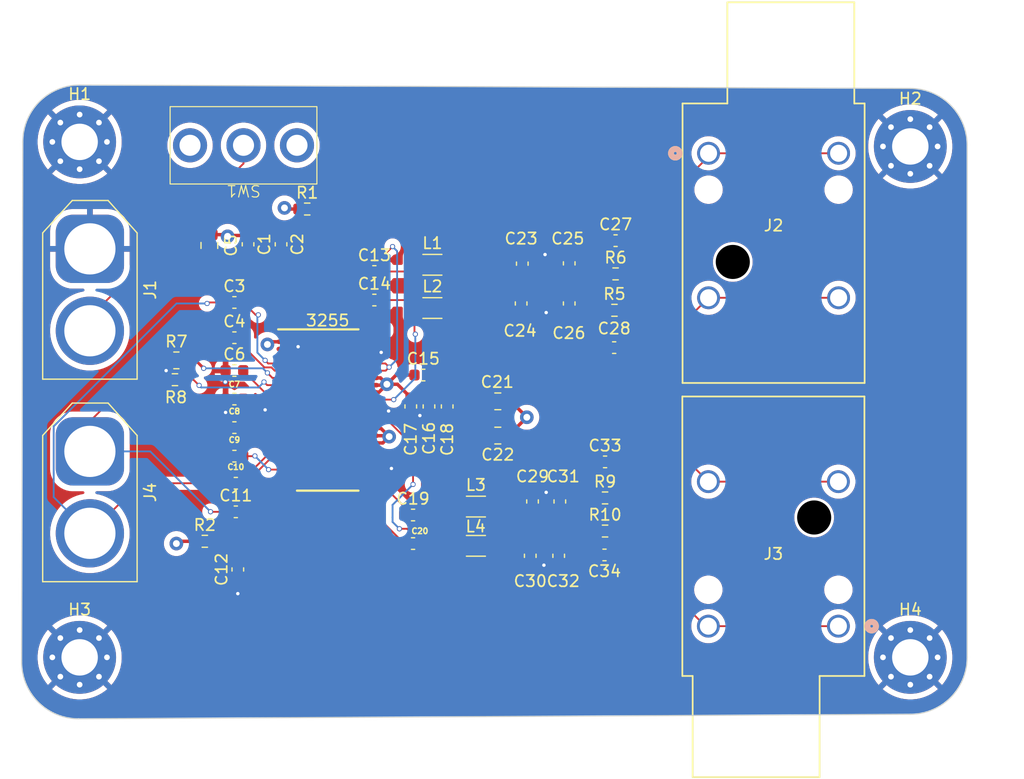
<source format=kicad_pcb>
(kicad_pcb (version 20241229) (generator "pcbnew") (generator_version "9.0")
  (layers (0 "F.Cu" signal) (4 "In1.Cu" signal) (6 "In2.Cu" signal) (2 "B.Cu" signal) (13 "F.Paste" user) (15 "B.Paste" user) (5 "F.SilkS" user "F.Silkscreen") (7 "B.SilkS" user "B.Silkscreen") (1 "F.Mask" user) (3 "B.Mask" user) (25 "Edge.Cuts" user))
  (net 0 "")
  (net 1 "GND")
  (net 2 "+24V")
  (net 3 "Net-(TPA1-1_GVDD_AB)")
  (net 4 "Net-(J4-Pin_2)")
  (net 5 "Net-(TPA1-5_Input_A)")
  (net 6 "Net-(J4-Pin_1)")
  (net 7 "Net-(TPA1-6_Input_B)")
  (net 8 "Net-(TPA1-11_DVDD)")
  (net 9 "Net-(TPA1-14_AVDD)")
  (net 10 "Net-(TPA1-15_C_START)")
  (net 11 "Net-(TPA1-20_VBG)")
  (net 12 "Net-(TPA1-16_INPUT_C)")
  (net 13 "Net-(TPA1-17_INPUT_D)")
  (net 14 "Net-(TPA1-22_GVDD_CD)")
  (net 15 "Net-(TPA1-39_OUT_A)")
  (net 16 "Net-(TPA1-44_BST_A)")
  (net 17 "Net-(TPA1-35_OUT_B)")
  (net 18 "Net-(TPA1-43_BST_B)")
  (net 19 "Net-(C15-Pad2)")
  (net 20 "Net-(C18-Pad1)")
  (net 21 "Net-(TPA1-24_BST_C)")
  (net 22 "Net-(TPA1-32_OUT_C)")
  (net 23 "Net-(TPA1-23_BST_D)")
  (net 24 "Net-(TPA1-27_OUT_D)")
  (net 25 "Net-(C23-Pad1)")
  (net 26 "Net-(C24-Pad2)")
  (net 27 "Net-(C27-Pad2)")
  (net 28 "Net-(C28-Pad1)")
  (net 29 "Net-(C29-Pad1)")
  (net 30 "Net-(C30-Pad2)")
  (net 31 "Net-(C33-Pad2)")
  (net 32 "Net-(C34-Pad1)")
  (net 33 "Net-(J1-Pin_2)")
  (net 34 "Net-(R5-Pad1)")
  (net 35 "Net-(TPA1-7_OC_ADJ)")
  (net 36 "Net-(TPA1-8_FREQ_ADJ)")
  (net 37 "Net-(R10-Pad1)")
  (footprint "Capacitor_SMD:C_0805_2012Metric" (layer "F.Cu") (at 117.25 75.51 180)
    (property "Reference" "C22")
    (property "Value" "470u")
  )
  (footprint "MountingHole:MountingHole_3.2mm_M3_Pad_Via" (layer "F.Cu") (at 153.5 95)
    (property "Reference" "H4")
    (property "Value" "MountingHole_Pad")
  )
  (footprint "Capacitor_SMD:C_0603_1608Metric" (layer "F.Cu") (at 126.675 77.82)
    (property "Reference" "C33")
    (property "Value" "10n")
  )
  (footprint "MountingHole:MountingHole_3.2mm_M3_Pad_Via" (layer "F.Cu") (at 80.5 49.7)
    (property "Reference" "H1")
    (property "Value" "MountingHole_Pad")
  )
  (footprint "MountingHole:MountingHole_3.2mm_M3_Pad_Via" (layer "F.Cu") (at 153.5 50.1)
    (property "Reference" "H2")
    (property "Value" "MountingHole_Pad")
  )
  (footprint "Resistor_SMD:R_0603_1608Metric" (layer "F.Cu") (at 127.6 61.3)
    (property "Reference" "R6")
    (property "Value" "3.3")
  )
  (footprint "Connector_AMASS:AMASS_XT60-M_1x02_P7.20mm_Vertical" (layer "F.Cu") (at 81.4 76.9 -90)
    (property "Reference" "J4")
    (property "Value" "Conn_01x02")
  )
  (footprint "Capacitor_SMD:C_0603_1608Metric" (layer "F.Cu") (at 120.3 81.3 90)
    (property "Reference" "C29")
    (property "Value" "1n")
  )
  (footprint "Resistor_SMD:R_0805_2012Metric" (layer "F.Cu") (at 89 68.9)
    (property "Reference" "R7")
    (property "Value" "22k")
  )
  (footprint "Capacitor_SMD:C_0603_1608Metric" (layer "F.Cu") (at 94.1 69.79)
    (property "Reference" "C6")
    (property "Value" "1n")
  )
  (footprint "Inductor_SMD:L_1206_3216Metric" (layer "F.Cu") (at 115.325 85.2)
    (property "Reference" "L4")
    (property "Value" "10u")
  )
  (footprint "Capacitor_SMD:C_0603_1608Metric" (layer "F.Cu") (at 122.6 86.075 90)
    (property "Reference" "C32")
    (property "Value" "1n")
  )
  (footprint "Capacitor_SMD:C_0603_1608Metric" (layer "F.Cu") (at 109.6 72.95 -90)
    (property "Reference" "C17")
    (property "Value" "1u")
  )
  (footprint "MountingHole:MountingHole_3.2mm_M3_Pad_Via" (layer "F.Cu") (at 80.5 95)
    (property "Reference" "H3")
    (property "Value" "MountingHole_Pad")
  )
  (footprint "Capacitor_SMD:C_0805_2012Metric" (layer "F.Cu") (at 91.9 58.8 -90)
    (property "Reference" "C5")
    (property "Value" "470u")
  )
  (footprint "Capacitor_SMD:C_0805_2012Metric" (layer "F.Cu") (at 117.25 72.5 180)
    (property "Reference" "C21")
    (property "Value" "470u")
  )
  (footprint "Capacitor_SMD:C_0603_1608Metric" (layer "F.Cu") (at 112.8 72.95 90)
    (property "Reference" "C18")
    (property "Value" "1u")
  )
  (footprint "Capacitor_SMD:C_0603_1608Metric" (layer "F.Cu") (at 127.475 67.78 180)
    (property "Reference" "C28")
    (property "Value" "10n")
  )
  (footprint "Resistor_SMD:R_0603_1608Metric" (layer "F.Cu") (at 126.675 80.99)
    (property "Reference" "R9")
    (property "Value" "3.3")
  )
  (footprint "Capacitor_SMD:C_0603_1608Metric" (layer "F.Cu") (at 106.4 63.6)
    (property "Reference" "C14")
    (property "Value" "33n")
  )
  (footprint "Resistor_SMD:R_0603_1608Metric" (layer "F.Cu") (at 127.5 64.5)
    (property "Reference" "R5")
    (property "Value" "3.3")
  )
  (footprint "Resistor_SMD:R_0603_1608Metric" (layer "F.Cu") (at 100.5 55.6)
    (property "Reference" "R1")
    (property "Value" "3.3")
  )
  (footprint "Resistor_SMD:R_0603_1608Metric" (layer "F.Cu") (at 126.675 83.9)
    (property "Reference" "R10")
    (property "Value" "3.3")
  )
  (footprint "Capacitor_SMD:C_0603_1608Metric" (layer "F.Cu") (at 119.4 60.4 90)
    (property "Reference" "C23")
    (property "Value" "1n")
  )
  (footprint "Capacitor_SMD:C_0603_1608Metric" (layer "F.Cu") (at 126.625 86 180)
    (property "Reference" "C34")
    (property "Value" "10n")
  )
  (footprint "Capacitor_SMD:C_0603_1608Metric" (layer "F.Cu") (at 122.7 81.3 90)
    (property "Reference" "C31")
    (property "Value" "1n")
  )
  (footprint "Capacitor_SMD:C_0603_1608Metric" (layer "F.Cu") (at 119.3 63.9 90)
    (property "Reference" "C24")
    (property "Value" "1n")
  )
  (footprint "Capacitor_SMD:C_0603_1608Metric" (layer "F.Cu") (at 94.1 63.81)
    (property "Reference" "C3")
    (property "Value" "10u")
  )
  (footprint "Capacitor_SMD:C_0603_1608Metric" (layer "F.Cu") (at 94.1 66.91)
    (property "Reference" "C4")
    (property "Value" "10u")
  )
  (footprint "Inductor_SMD:L_1206_3216Metric" (layer "F.Cu") (at 111.5 60.5)
    (property "Reference" "L1")
    (property "Value" "10u")
  )
  (footprint "Library:DDV0044D_N" (layer "F.Cu") (at 102.3 73.3)
    (property "Reference" "3255")
    (property "Value" "~")
  )
  (footprint "Capacitor_SMD:C_0603_1608Metric" (layer "F.Cu") (at 106.4 61.09)
    (property "Reference" "C13")
    (property "Value" "33n")
  )
  (footprint "Capacitor_SMD:C_0603_1608Metric" (layer "F.Cu") (at 110.7 70.19)
    (property "Reference" "C15")
    (property "Value" "1u")
  )
  (footprint "Capacitor_SMD:C_0603_1608Metric" (layer "F.Cu") (at 94.1 72.3)
    (property "Reference" "C7")
    (property "Value" "1n")
  )
  (footprint "Resistor_SMD:R_0603_1608Metric" (layer "F.Cu") (at 91.5 84.8)
    (property "Reference" "R2")
    (property "Value" "3.3")
  )
  (footprint "Capacitor_SMD:C_0603_1608Metric" (layer "F.Cu") (at 95.3 58.7 -90)
    (property "Reference" "C1")
    (property "Value" "100n")
  )
  (footprint "Capacitor_SMD:C_0603_1608Metric" (layer "F.Cu") (at 109.8 85)
    (property "Reference" "C20")
    (property "Value" "33n")
  )
  (footprint "Library:CONN_NRJ4HF-1_NTK" (layer "F.Cu") (at 135.77 50.7)
    (property "Reference" "J2")
    (property "Value" "Jack-DC")
  )
  (footprint "Capacitor_SMD:C_0603_1608Metric" (layer "F.Cu") (at 94.1 77.32)
    (property "Reference" "C9")
    (property "Value" "1n")
  )
  (footprint "Capacitor_SMD:C_0603_1608Metric" (layer "F.Cu") (at 123.525 60.375 90)
    (property "Reference" "C25")
    (property "Value" "1n")
  )
  (footprint "Connector_AMASS:AMASS_XT60-M_1x02_P7.20mm_Vertical" (layer "F.Cu") (at 81.4 59.1 -90)
    (property "Reference" "J1")
    (property "Value" "Conn_01x02")
  )
  (footprint "Capacitor_SMD:C_0603_1608Metric" (layer "F.Cu") (at 109.8 82.49)
    (property "Reference" "C19")
    (property "Value" "33n")
  )
  (footprint "Inductor_SMD:L_1206_3216Metric" (layer "F.Cu") (at 111.5 64.3)
    (property "Reference" "L2")
    (property "Value" "10u")
  )
  (footprint "Library:CONN_NRJ4HF-1_NTK" (layer "F.Cu") (at 147.1816 92.258896 180)
    (property "Reference" "J3")
    (property "Value" "Jack-DC")
  )
  (footprint "Capacitor_SMD:C_0603_1608Metric" (layer "F.Cu") (at 94.1 74.81)
    (property "Reference" "C8")
    (property "Value" "47n")
  )
  (footprint "Capacitor_SMD:C_0603_1608Metric" (layer "F.Cu") (at 127.6 58.38)
    (property "Reference" "C27")
    (property "Value" "10n")
  )
  (footprint "Capacitor_SMD:C_0603_1608Metric" (layer "F.Cu") (at 98.2 58.7 -90)
    (property "Reference" "C2")
    (property "Value" "100n")
  )
  (footprint "Library:472123010111" (layer "F.Cu") (at 94.9 50 180)
    (property "Reference" "SW1")
    (property "Value" "SW_SPDT")
  )
  (footprint "Capacitor_SMD:C_0603_1608Metric" (layer "F.Cu") (at 123.525 63.9 90)
    (property "Reference" "C26")
    (property "Value" "1n")
  )
  (footprint "Capacitor_SMD:C_0603_1608Metric" (layer "F.Cu") (at 94.225 79.7)
    (property "Reference" "C10")
    (property "Value" "10u")
  )
  (footprint "Resistor_SMD:R_0603_1608Metric" (layer "F.Cu") (at 88.875 70.6)
    (property "Reference" "R8")
    (property "Value" "33k")
  )
  (footprint "Capacitor_SMD:C_0603_1608Metric" (layer "F.Cu") (at 120.1 86.075 90)
    (property "Reference" "C30")
    (property "Value" "1n")
  )
  (footprint "Capacitor_SMD:C_0603_1608Metric" (layer "F.Cu") (at 94.225 82.21)
    (property "Reference" "C11")
    (property "Value" "10u")
  )
  (footprint "Capacitor_SMD:C_0603_1608Metric" (layer "F.Cu") (at 111.2 72.95 90)
    (property "Reference" "C16")
    (property "Value" "1u")
  )
  (footprint "Inductor_SMD:L_1206_3216Metric" (layer "F.Cu") (at 115.325 81.75)
    (property "Reference" "L3")
    (property "Value" "10u")
  )
  (footprint "Capacitor_SMD:C_0603_1608Metric" (layer "F.Cu") (at 94.4 87.275 90)
    (property "Reference" "C12")
    (property "Value" "100n")
  )
  (gr_arc (start 80.4 100.4) (mid 76.864466 98.935534) (end 75.4 95.4) (stroke (width 0.1)) (layer "Edge.Cuts"))
  (gr_arc (start 158.5 95) (mid 157.035534 98.535534) (end 153.5 100) (stroke (width 0.1)) (layer "Edge.Cuts"))
  (gr_arc (start 75.5 49.7) (mid 76.964466 46.164466) (end 80.5 44.7) (stroke (width 0.1)) (layer "Edge.Cuts"))
  (gr_line (start 75.5 49.7) (end 75.4 95.4) (stroke (width 0.1)) (layer "Edge.Cuts"))
  (gr_line (start 80.4 100.4) (end 153.5 100) (stroke (width 0.1)) (layer "Edge.Cuts"))
  (gr_line (start 158.5 95) (end 158.5 50) (stroke (width 0.1)) (layer "Edge.Cuts"))
  (gr_arc (start 153.5 45) (mid 157.035534 46.464466) (end 158.5 50) (stroke (width 0.1)) (layer "Edge.Cuts"))
  (gr_line (start 153.5 45) (end 80.5 44.7) (stroke (width 0.1)) (layer "Edge.Cuts"))
  (segment (start 109.6 73.725) (end 110.375 73.725) (width 0.16) (layer "F.Cu") (net 1))
  (segment (start 98.8625 68.5375) (end 99.7 67.7) (width 0.16) (layer "F.Cu") (net 1))
  (segment (start 98.5 74.2525) (end 97.3525 74.2525) (width 0.16) (layer "F.Cu") (net 1))
  (segment (start 110.375 73.725) (end 110.4 73.75) (width 0.16) (layer "F.Cu") (net 1))
  (segment (start 119.3 64.675) (end 121.475 64.675) (width 0.16) (layer "F.Cu") (net 1))
  (segment (start 94.4 88.05) (end 94.4 89.4) (width 0.16) (layer "F.Cu") (net 1))
  (segment (start 88.05 68.9375) (end 88.0875 68.9) (width 0.16) (layer "F.Cu") (net 1))
  (segment (start 121.375 59.625) (end 121.4 59.6) (width 0.16) (layer "F.Cu") (net 1))
  (segment (start 106.7025 67.9025) (end 107 68.2) (width 0.16) (layer "F.Cu") (net 1))
  (segment (start 106.1 67.9025) (end 106.7025 67.9025) (width 0.16) (layer "F.Cu") (net 1))
  (segment (start 111.2 73.725) (end 110.425 73.725) (width 0.16) (layer "F.Cu") (net 1))
  (segment (start 93.3 69.8) (end 93.3 70.8) (width 0.16) (layer "F.Cu") (net 1))
  (segment (start 93.31 69.79) (end 93.3 69.8) (width 0.16) (layer "F.Cu") (net 1))
  (segment (start 106.6625 68.5375) (end 107 68.2) (width 0.16) (layer "F.Cu") (net 1))
  (segment (start 121.25 86.85) (end 121.3 86.9) (width 0.16) (layer "F.Cu") (net 1))
  (segment (start 121.475 64.675) (end 121.5 64.7) (width 0.16) (layer "F.Cu") (net 1))
  (segment (start 107.5625 78.0625) (end 107.9 78.4) (width 0.16) (layer "F.Cu") (net 1))
  (segment (start 93.3 70.8) (end 93.3 72.275) (width 0.16) (layer "F.Cu") (net 1))
  (segment (start 93.325 73.475) (end 93.325 74.81) (width 0.16) (layer "F.Cu") (net 1))
  (segment (start 110.425 73.725) (end 110.4 73.75) (width 0.16) (layer "F.Cu") (net 1))
  (segment (start 96.8 73.7) (end 96.8 73.25) (width 0.16) (layer "F.Cu") (net 1))
  (segment (start 98.5 67.9025) (end 97.8975 67.9025) (width 0.16) (layer "F.Cu") (net 1))
  (segment (start 99.4975 67.9025) (end 99.7 67.7) (width 0.16) (layer "F.Cu") (net 1))
  (segment (start 97.1675 73.6175) (end 96.8 73.25) (width 0.16) (layer "F.Cu") (net 1))
  (segment (start 98.5 68.5375) (end 98.8625 68.5375) (width 0.16) (layer "F.Cu") (net 1))
  (segment (start 88.0875 69.7875) (end 88.1 69.8) (width 0.16) (layer "F.Cu") (net 1))
  (segment (start 108.025 73.725) (end 109.6 73.725) (width 0.16) (layer "F.Cu") (net 1))
  (segment (start 123.525 59.6) (end 121.4 59.6) (width 0.16) (layer "F.Cu") (net 1))
  (segment (start 106.1 73.6175) (end 107.3825 73.6175) (width 0.16) (layer "F.Cu") (net 1))
  (segment (start 122.6 86.85) (end 121.35 86.85) (width 0.16) (layer "F.Cu") (net 1))
  (segment (start 121.475 80.525) (end 121.5 80.5) (width 0.16) (layer "F.Cu") (net 1))
  (segment (start 93.3 72.275) (end 93.325 72.3) (width 0.16) (layer "F.Cu") (net 1))
  (segment (start 106.1 78.0625) (end 107.5625 78.0625) (width 0.16) (layer "F.Cu") (net 1))
  (segment (start 93.325 69.79) (end 93.31 69.79) (width 0.16) (layer "F.Cu") (net 1))
  (segment (start 88.05 69.85) (end 88.1 69.8) (width 0.16) (layer "F.Cu") (net 1))
  (segment (start 106.1 78.6975) (end 107.6025 78.6975) (width 0.16) (layer "F.Cu") (net 1))
  (segment (start 120.3 80.525) (end 121.475 80.525) (width 0.16) (layer "F.Cu") (net 1))
  (segment (start 93.325 72.3) (end 93.325 73.475) (width 0.16) (layer "F.Cu") (net 1))
  (segment (start 106.1 72.9825) (end 107.2825 72.9825) (width 0.16) (layer "F.Cu") (net 1))
  (segment (start 119.4 59.625) (end 121.375 59.625) (width 0.16) (layer "F.Cu") (net 1))
  (segment (start 123.525 64.675) (end 121.525 64.675) (width 0.16) (layer "F.Cu") (net 1))
  (segment (start 121.525 64.675) (end 121.5 64.7) (width 0.16) (layer "F.Cu") (net 1))
  (segment (start 107.6025 78.6975) (end 107.9 78.4) (width 0.16) (layer "F.Cu") (net 1))
  (segment (start 98.5 67.9025) (end 99.4975 67.9025) (width 0.16) (layer "F.Cu") (net 1))
  (segment (start 107.2825 72.9825) (end 107.65 73.35) (width 0.16) (layer "F.Cu") (net 1))
  (segment (start 121.35 86.85) (end 121.3 86.9) (width 0.16) (layer "F.Cu") (net 1))
  (segment (start 122.7 80.525) (end 121.525 80.525) (width 0.16) (layer "F.Cu") (net 1))
  (segment (start 107.3825 73.6175) (end 107.65 73.35) (width 0.16) (layer "F.Cu") (net 1))
  (segment (start 97.3525 74.2525) (end 96.8 73.7) (width 0.16) (layer "F.Cu") (net 1))
  (segment (start 88.05 70.6) (end 88.05 69.85) (width 0.16) (layer "F.Cu") (net 1))
  (segment (start 93.3 73.5) (end 93.325 73.475) (width 0.16) (layer "F.Cu") (net 1))
  (segment (start 88.0875 68.9) (end 88.0875 69.7875) (width 0.16) (layer "F.Cu") (net 1))
  (segment (start 98.5 73.6175) (end 97.1675 73.6175) (width 0.16) (layer "F.Cu") (net 1))
  (segment (start 120.1 86.85) (end 121.25 86.85) (width 0.16) (layer "F.Cu") (net 1))
  (segment (start 106.1 68.5375) (end 106.6625 68.5375) (width 0.16) (layer "F.Cu") (net 1))
  (segment (start 107.65 73.35) (end 108.025 73.725) (width 0.16) (layer "F.Cu") (net 1))
  (segment (start 121.525 80.525) (end 121.5 80.5) (width 0.16) (layer "F.Cu") (net 1))
  (via (at 107 68.2) (size 0.45) (drill 0.3) (layers "F.Cu" "B.Cu") (net 1))
  (via (at 121.4 59.6) (size 0.45) (drill 0.3) (layers "F.Cu" "B.Cu") (net 1))
  (via (at 93.325 73.475) (size 0.45) (drill 0.3) (layers "F.Cu" "B.Cu") (net 1))
  (via (at 107.9 78.4) (size 0.45) (drill 0.3) (layers "F.Cu" "B.Cu") (net 1))
  (via (at 94.4 89.4) (size 0.45) (drill 0.3) (layers "F.Cu" "B.Cu") (net 1))
  (via (at 121.5 80.5) (size 0.45) (drill 0.3) (layers "F.Cu" "B.Cu") (net 1))
  (via (at 121.5 64.7) (size 0.45) (drill 0.3) (layers "F.Cu" "B.Cu") (net 1))
  (via (at 107.65 73.35) (size 0.45) (drill 0.3) (layers "F.Cu" "B.Cu") (net 1))
  (via (at 121.3 86.9) (size 0.45) (drill 0.3) (layers "F.Cu" "B.Cu") (net 1))
  (via (at 110.4 73.75) (size 0.45) (drill 0.3) (layers "F.Cu" "B.Cu") (net 1))
  (via (at 96.8 73.25) (size 0.45) (drill 0.3) (layers "F.Cu" "B.Cu") (net 1))
  (via (at 88.1 69.8) (size 0.45) (drill 0.3) (layers "F.Cu" "B.Cu") (net 1))
  (via (at 99.7 67.7) (size 0.45) (drill 0.3) (layers "F.Cu" "B.Cu") (net 1))
  (via (at 93.3 70.8) (size 0.45) (drill 0.3) (layers "F.Cu" "B.Cu") (net 1))
  (segment (start 91.9 57.85) (end 93.35 57.85) (width 0.3) (layer "F.Cu") (net 2))
  (segment (start 106.1 71.7125) (end 106.7875 71.7125) (width 0.3) (layer "F.Cu") (net 2))
  (segment (start 95.3 57.925) (end 93.575 57.925) (width 0.3) (layer "F.Cu") (net 2))
  (segment (start 106.1 74.8875) (end 106.9875 74.8875) (width 0.3) (layer "F.Cu") (net 2))
  (segment (start 93.575 57.925) (end 93.5 58) (width 0.3) (layer "F.Cu") (net 2))
  (segment (start 98.6 55.6) (end 98.5 55.5) (width 0.3) (layer "F.Cu") (net 2))
  (segment (start 107.6225 75.5225) (end 107.7 75.6) (width 0.3) (layer "F.Cu") (net 2))
  (segment (start 89.2 84.8) (end 89 85) (width 0.3) (layer "F.Cu") (net 2))
  (segment (start 109.925 70.19) (end 108.31 70.19) (width 0.3) (layer "F.Cu") (net 2))
  (segment (start 106.1 76.1575) (end 107.1425 76.1575) (width 0.3) (layer "F.Cu") (net 2))
  (segment (start 106.1 75.5225) (end 107.6225 75.5225) (width 0.3) (layer "F.Cu") (net 2))
  (segment (start 118.4 72.5) (end 119.8 73.9) (width 0.3) (layer "F.Cu") (net 2))
  (segment (start 118.2 72.5) (end 118.4 72.5) (width 0.3) (layer "F.Cu") (net 2))
  (segment (start 108.31 70.19) (end 107.5 71) (width 0.3) (layer "F.Cu") (net 2))
  (segment (start 97.2325 67.2675) (end 97 67.5) (width 0.3) (layer "F.Cu") (net 2))
  (segment (start 111.1 72.175) (end 109.6 72.175) (width 0.3) (layer "F.Cu") (net 2))
  (segment (start 107.1425 76.1575) (end 107.7 75.6) (width 0.3) (layer "F.Cu") (net 2))
  (segment (start 106.9875 74.8875) (end 107.7 75.6) (width 0.3) (layer "F.Cu") (net 2))
  (segment (start 118.2 75.5) (end 119.8 73.9) (width 0.3) (layer "F.Cu") (net 2))
  (segment (start 106.9425 70.4425) (end 107.5 71) (width 0.3) (layer "F.Cu") (net 2))
  (segment (start 93.35 57.85) (end 93.5 58) (width 0.3) (layer "F.Cu") (net 2))
  (segment (start 99.675 55.6) (end 98.6 55.6) (width 0.3) (layer "F.Cu") (net 2))
  (segment (start 118.2 75.51) (end 118.2 75.5) (width 0.3) (layer "F.Cu") (net 2))
  (segment (start 106.7875 71.7125) (end 107.5 71) (width 0.3) (layer "F.Cu") (net 2))
  (segment (start 109.6 72.175) (end 109.6 71.95) (width 0.3) (layer "F.Cu") (net 2))
  (segment (start 108.425 71) (end 109.6 72.175) (width 0.3) (layer "F.Cu") (net 2))
  (segment (start 106.1 71.0775) (end 107.4225 71.0775) (width 0.3) (layer "F.Cu") (net 2))
  (segment (start 90.675 84.8) (end 89.2 84.8) (width 0.3) (layer "F.Cu") (net 2))
  (segment (start 98.5 67.2675) (end 97.2325 67.2675) (width 0.3) (layer "F.Cu") (net 2))
  (segment (start 107.5 71) (end 108.425 71) (width 0.3) (layer "F.Cu") (net 2))
  (segment (start 107.4225 71.0775) (end 107.5 71) (width 0.3) (layer "F.Cu") (net 2))
  (segment (start 112.8 72.175) (end 111.2 72.175) (width 0.3) (layer "F.Cu") (net 2))
  (segment (start 106.1 70.4425) (end 106.9425 70.4425) (width 0.3) (layer "F.Cu") (net 2))
  (via (at 119.8 73.9) (size 1.2) (drill 0.6) (layers "F.Cu" "B.Cu") (net 2))
  (via (at 93.5 58) (size 1.2) (drill 0.6) (layers "F.Cu" "B.Cu") (net 2))
  (via (at 89 85) (size 1.2) (drill 0.6) (layers "F.Cu" "B.Cu") (net 2))
  (via (at 97 67.5) (size 1.2) (drill 0.6) (layers "F.Cu" "B.Cu") (net 2))
  (via (at 107.5 71) (size 1.2) (drill 0.6) (layers "F.Cu" "B.Cu") (net 2))
  (via (at 107.7 75.6) (size 1.2) (drill 0.6) (layers "F.Cu" "B.Cu") (net 2))
  (via (at 98.5 55.5) (size 1.2) (drill 0.6) (layers "F.Cu" "B.Cu") (net 2))
  (segment (start 101.325 63.8075) (end 101.325 55.6) (width 0.16) (layer "F.Cu") (net 3))
  (segment (start 99 57.925) (end 98.2 57.925) (width 0.16) (layer "F.Cu") (net 3))
  (segment (start 98.5 66.6325) (end 101.325 63.8075) (width 0.16) (layer "F.Cu") (net 3))
  (segment (start 101.325 55.6) (end 99 57.925) (width 0.16) (layer "F.Cu") (net 3))
  (segment (start 91.79 63.81) (end 91.7 63.9) (width 0.16) (layer "F.Cu") (net 4))
  (segment (start 93.325 63.81) (end 91.79 63.81) (width 0.16) (layer "F.Cu") (net 4))
  (segment (start 85.8 79.7) (end 93.45 79.7) (width 0.16) (layer "F.Cu") (net 4))
  (segment (start 81.4 84.1) (end 85.8 79.7) (width 0.16) (layer "F.Cu") (net 4))
  (via (at 91.7 63.9) (size 0.45) (drill 0.3) (layers "F.Cu" "B.Cu") (net 4))
  (segment (start 78.219 80.919) (end 81.4 84.1) (width 0.16) (layer "B.Cu") (net 4))
  (segment (start 91.7 63.9) (end 89.015436 63.9) (width 0.16) (layer "B.Cu") (net 4))
  (segment (start 89.015436 63.9) (end 78.219 74.696436) (width 0.16) (layer "B.Cu") (net 4))
  (segment (start 78.219 74.696436) (end 78.219 80.919) (width 0.16) (layer "B.Cu") (net 4))
  (segment (start 97.0725 69.1725) (end 96.8 68.9) (width 0.16) (layer "F.Cu") (net 5))
  (segment (start 98.5 69.1725) (end 97.0725 69.1725) (width 0.16) (layer "F.Cu") (net 5))
  (segment (start 95.965 64.9) (end 94.875 63.81) (width 0.16) (layer "F.Cu") (net 5))
  (segment (start 96.2 64.9) (end 95.965 64.9) (width 0.16) (layer "F.Cu") (net 5))
  (via (at 96.2 64.9) (size 0.45) (drill 0.3) (layers "F.Cu" "B.Cu") (net 5))
  (via (at 96.8 68.9) (size 0.45) (drill 0.3) (layers "F.Cu" "B.Cu") (net 5))
  (segment (start 96.119 68.219) (end 96.119 64.981) (width 0.16) (layer "B.Cu") (net 5))
  (segment (start 96.8 68.9) (end 96.119 68.219) (width 0.16) (layer "B.Cu") (net 5))
  (segment (start 96.119 64.981) (end 96.2 64.9) (width 0.16) (layer "B.Cu") (net 5))
  (segment (start 88.748548 66.91) (end 81.4 74.258548) (width 0.16) (layer "F.Cu") (net 6))
  (segment (start 93.325 66.91) (end 88.748548 66.91) (width 0.16) (layer "F.Cu") (net 6))
  (segment (start 93.45 82.21) (end 92.01 82.21) (width 0.16) (layer "F.Cu") (net 6))
  (segment (start 92.01 82.21) (end 92 82.2) (width 0.16) (layer "F.Cu") (net 6))
  (segment (start 81.4 74.258548) (end 81.4 76.9) (width 0.16) (layer "F.Cu") (net 6))
  (via (at 92 82.2) (size 0.45) (drill 0.3) (layers "F.Cu" "B.Cu") (net 6))
  (segment (start 86.7 76.9) (end 81.4 76.9) (width 0.16) (layer "B.Cu") (net 6))
  (segment (start 92 82.2) (end 86.7 76.9) (width 0.16) (layer "B.Cu") (net 6))
  (segment (start 97.64 69.8075) (end 98.5 69.8075) (width 0.16) (layer "F.Cu") (net 7))
  (segment (start 94.875 67.655237) (end 96.738763 69.519) (width 0.16) (layer "F.Cu") (net 7))
  (segment (start 97.3515 69.519) (end 97.64 69.8075) (width 0.16) (layer "F.Cu") (net 7))
  (segment (start 94.875 66.91) (end 94.875 67.655237) (width 0.16) (layer "F.Cu") (net 7))
  (segment (start 96.738763 69.519) (end 97.3515 69.519) (width 0.16) (layer "F.Cu") (net 7))
  (segment (start 98.5 72.9825) (end 98.0325 72.9825) (width 0.16) (layer "F.Cu") (net 8))
  (segment (start 94.875 69.825) (end 94.875 69.79) (width 0.16) (layer "F.Cu") (net 8))
  (segment (start 98.0325 72.9825) (end 94.875 69.825) (width 0.16) (layer "F.Cu") (net 8))
  (segment (start 94.875 72.925) (end 96.8375 74.8875) (width 0.16) (layer "F.Cu") (net 9))
  (segment (start 96.8375 74.8875) (end 98.5 74.8875) (width 0.16) (layer "F.Cu") (net 9))
  (segment (start 94.875 72.3) (end 94.875 72.925) (width 0.16) (layer "F.Cu") (net 9))
  (segment (start 94.875 74.81) (end 95.5875 75.5225) (width 0.16) (layer "F.Cu") (net 10))
  (segment (start 95.5875 75.5225) (end 98.5 75.5225) (width 0.16) (layer "F.Cu") (net 10))
  (segment (start 97.1 78.5) (end 98.3025 78.5) (width 0.16) (layer "F.Cu") (net 11))
  (segment (start 95.88 77.32) (end 95.9 77.3) (width 0.16) (layer "F.Cu") (net 11))
  (segment (start 98.3025 78.5) (end 98.5 78.6975) (width 0.16) (layer "F.Cu") (net 11))
  (segment (start 94.875 77.32) (end 95.88 77.32) (width 0.16) (layer "F.Cu") (net 11))
  (via (at 95.9 77.3) (size 0.45) (drill 0.3) (layers "F.Cu" "B.Cu") (net 11))
  (via (at 97.1 78.5) (size 0.45) (drill 0.3) (layers "F.Cu" "B.Cu") (net 11))
  (segment (start 95.9 77.3) (end 97.1 78.5) (width 0.16) (layer "B.Cu") (net 11))
  (segment (start 95 79.225) (end 98.0675 76.1575) (width 0.16) (layer "F.Cu") (net 12))
  (segment (start 98.0675 76.1575) (end 98.5 76.1575) (width 0.16) (layer "F.Cu") (net 12))
  (segment (start 95 79.7) (end 95 79.225) (width 0.16) (layer "F.Cu") (net 12))
  (segment (start 96.1 81.11) (end 96.1 78.6925) (width 0.16) (layer "F.Cu") (net 13))
  (segment (start 96.1 78.6925) (end 98 76.7925) (width 0.16) (layer "F.Cu") (net 13))
  (segment (start 98 76.7925) (end 98.5 76.7925) (width 0.16) (layer "F.Cu") (net 13))
  (segment (start 95 82.21) (end 96.1 81.11) (width 0.16) (layer "F.Cu") (net 13))
  (segment (start 92.325 84.8) (end 92.7 84.8) (width 0.16) (layer "F.Cu") (net 14))
  (segment (start 98.5 79.9675) (end 98.5 81.5) (width 0.16) (layer "F.Cu") (net 14))
  (segment (start 94.65 85.35) (end 93.25 85.35) (width 0.16) (layer "F.Cu") (net 14))
  (segment (start 98.5 81.5) (end 94.65 85.35) (width 0.16) (layer "F.Cu") (net 14))
  (segment (start 93.25 85.35) (end 94.4 86.5) (width 0.16) (layer "F.Cu") (net 14))
  (segment (start 92.7 84.8) (end 93.25 85.35) (width 0.16) (layer "F.Cu") (net 14))
  (segment (start 107.175 61.09) (end 109.335 61.09) (width 0.16) (layer "F.Cu") (net 15))
  (segment (start 106.1 69.8075) (end 107.3925 69.8075) (width 0.16) (layer "F.Cu") (net 15))
  (segment (start 109.335 61.09) (end 109.925 60.5) (width 0.16) (layer "F.Cu") (net 15))
  (segment (start 106.1 69.1725) (end 107.3725 69.1725) (width 0.16) (layer "F.Cu") (net 15))
  (segment (start 107.3725 69.1725) (end 107.7 69.5) (width 0.16) (layer "F.Cu") (net 15))
  (segment (start 107.3925 69.8075) (end 107.7 69.5) (width 0.16) (layer "F.Cu") (net 15))
  (segment (start 108 58.9) (end 107.175 59.725) (width 0.16) (layer "F.Cu") (net 15))
  (segment (start 107.175 59.725) (end 107.175 61.09) (width 0.16) (layer "F.Cu") (net 15))
  (via (at 107.7 69.5) (size 0.45) (drill 0.3) (layers "F.Cu" "B.Cu") (net 15))
  (via (at 108 58.9) (size 0.45) (drill 0.3) (layers "F.Cu" "B.Cu") (net 15))
  (segment (start 108.4 59.3) (end 108 58.9) (width 0.16) (layer "B.Cu") (net 15))
  (segment (start 107.7 69.5) (end 108.4 68.8) (width 0.16) (layer "B.Cu") (net 15))
  (segment (start 108.4 68.8) (end 108.4 59.3) (width 0.16) (layer "B.Cu") (net 15))
  (segment (start 103.8675 64.4) (end 103.8 64.4) (width 0.16) (layer "F.Cu") (net 16))
  (segment (start 103.8 62.915) (end 105.625 61.09) (width 0.16) (layer "F.Cu") (net 16))
  (segment (start 106.1 66.6325) (end 103.8675 64.4) (width 0.16) (layer "F.Cu") (net 16))
  (segment (start 103.8 64.4) (end 103.8 62.915) (width 0.16) (layer "F.Cu") (net 16))
  (segment (start 109.225 63.6) (end 109.925 64.3) (width 0.16) (layer "F.Cu") (net 17))
  (segment (start 107.175 63.6) (end 109.225 63.6) (width 0.16) (layer "F.Cu") (net 17))
  (segment (start 109.925 66.525) (end 109.925 64.3) (width 0.16) (layer "F.Cu") (net 17))
  (segment (start 106.1 72.3475) (end 108.0975 72.3475) (width 0.16) (layer "F.Cu") (net 17))
  (segment (start 110 66.6) (end 109.925 66.525) (width 0.16) (layer "F.Cu") (net 17))
  (segment (start 108.0975 72.3475) (end 108.1 72.35) (width 0.16) (layer "F.Cu") (net 17))
  (via (at 110 66.6) (size 0.45) (drill 0.3) (layers "F.Cu" "B.Cu") (net 17))
  (via (at 108.1 72.35) (size 0.45) (drill 0.3) (layers "F.Cu" "B.Cu") (net 17))
  (segment (start 110 70.5) (end 110 66.6) (width 0.16) (layer "B.Cu") (net 17))
  (segment (start 109.95 70.5) (end 110 70.5) (width 0.16) (layer "B.Cu") (net 17))
  (segment (start 108.1 72.35) (end 109.95 70.5) (width 0.16) (layer "B.Cu") (net 17))
  (segment (start 107.5 66.3675) (end 107.5 66.1) (width 0.16) (layer "F.Cu") (net 18))
  (segment (start 106.6 67.2675) (end 107.5 66.3675) (width 0.16) (layer "F.Cu") (net 18))
  (segment (start 107.5 66.1) (end 105.625 64.225) (width 0.16) (layer "F.Cu") (net 18))
  (segment (start 105.625 64.225) (end 105.625 63.6) (width 0.16) (layer "F.Cu") (net 18))
  (segment (start 106.1 67.2675) (end 106.6 67.2675) (width 0.16) (layer "F.Cu") (net 18))
  (segment (start 116.3 72.5) (end 113.99 70.19) (width 0.16) (layer "F.Cu") (net 19))
  (segment (start 113.99 70.19) (end 111.475 70.19) (width 0.16) (layer "F.Cu") (net 19))
  (segment (start 116.3 75.51) (end 114.565 73.775) (width 0.16) (layer "F.Cu") (net 20))
  (segment (start 109.025 81.7575) (end 109.025 82.49) (width 0.16) (layer "F.Cu") (net 21))
  (segment (start 106.1 79.3325) (end 106.6 79.3325) (width 0.16) (layer "F.Cu") (net 21))
  (segment (start 106.6 79.3325) (end 109.025 81.7575) (width 0.16) (layer "F.Cu") (net 21))
  (segment (start 113.01 82.49) (end 110.575 82.49) (width 0.16) (layer "F.Cu") (net 22))
  (segment (start 110.575 77.175) (end 110.575 82.49) (width 0.16) (layer "F.Cu") (net 22))
  (segment (start 107.6525 74.2525) (end 110.575 77.175) (width 0.16) (layer "F.Cu") (net 22))
  (segment (start 113.75 81.75) (end 113.01 82.49) (width 0.16) (layer "F.Cu") (net 22))
  (segment (start 106.1 74.2525) (end 107.6525 74.2525) (width 0.16) (layer "F.Cu") (net 22))
  (segment (start 106.1 82.075) (end 109.025 85) (width 0.16) (layer "F.Cu") (net 23))
  (segment (start 106.1 79.9675) (end 106.1 82.075) (width 0.16) (layer "F.Cu") (net 23))
  (segment (start 109.8 78.2) (end 108.3925 76.7925) (width 0.16) (layer "F.Cu") (net 24))
  (segment (start 110.575 85) (end 113.55 85) (width 0.16) (layer "F.Cu") (net 24))
  (segment (start 107.6 76.7925) (end 106.1 76.7925) (width 0.16) (layer "F.Cu") (net 24))
  (segment (start 109.275 83.7) (end 108.6 83.7) (width 0.16) (layer "F.Cu") (net 24))
  (segment (start 110.575 85) (end 109.275 83.7) (width 0.16) (layer "F.Cu") (net 24))
  (segment (start 109.8 79.8) (end 109.8 78.2) (width 0.16) (layer "F.Cu") (net 24))
  (segment (start 106.1 77.4275) (end 106.965 77.4275) (width 0.16) (layer "F.Cu") (net 24))
  (segment (start 113.55 85) (end 113.75 85.2) (width 0.16) (layer "F.Cu") (net 24))
  (segment (start 108.3925 76.7925) (end 107.6 76.7925) (width 0.16) (layer "F.Cu") (net 24))
  (segment (start 106.965 77.4275) (end 107.6 76.7925) (width 0.16) (layer "F.Cu") (net 24))
  (via (at 109.8 79.8) (size 0.45) (drill 0.3) (layers "F.Cu" "B.Cu") (net 24))
  (via (at 108.6 83.7) (size 0.45) (drill 0.3) (layers "F.Cu" "B.Cu") (net 24))
  (segment (start 108 83.1) (end 108 82.7) (width 0.16) (layer "B.Cu") (net 24))
  (segment (start 108 81.6) (end 109.8 79.8) (width 0.16) (layer "B.Cu") (net 24))
  (segment (start 108 82.7) (end 108 81.6) (width 0.16) (layer "B.Cu") (net 24))
  (segment (start 108.6 83.7) (end 108 83.1) (width 0.16) (layer "B.Cu") (net 24))
  (segment (start 113.075 60.5) (end 113.75 61.175) (width 0.16) (layer "F.Cu") (net 25))
  (segment (start 123.525 61.15) (end 124.055 61.15) (width 0.16) (layer "F.Cu") (net 25))
  (segment (start 119.4 61.175) (end 123.5 61.175) (width 0.16) (layer "F.Cu") (net 25))
  (segment (start 123.5 61.175) (end 123.525 61.15) (width 0.16) (layer "F.Cu") (net 25))
  (segment (start 124.055 61.15) (end 126.825 58.38) (width 0.16) (layer "F.Cu") (net 25))
  (segment (start 113.75 61.175) (end 119.4 61.175) (width 0.16) (layer "F.Cu") (net 25))
  (segment (start 126.7 66.3) (end 126.7 67.78) (width 0.16) (layer "F.Cu") (net 26))
  (segment (start 113.075 64.3) (end 114.25 63.125) (width 0.16) (layer "F.Cu") (net 26))
  (segment (start 123.525 63.125) (end 126.7 66.3) (width 0.16) (layer "F.Cu") (net 26))
  (segment (start 119.3 63.125) (end 123.525 63.125) (width 0.16) (layer "F.Cu") (net 26))
  (segment (start 114.25 63.125) (end 119.3 63.125) (width 0.16) (layer "F.Cu") (net 26))
  (segment (start 135.77 50.985) (end 135.77 50.961) (width 0.16) (layer "F.Cu") (net 27))
  (segment (start 135.77 50.7) (end 147.2 50.7) (width 0.16) (layer "F.Cu") (net 27))
  (segment (start 128.375 58.38) (end 135.77 50.985) (width 0.16) (layer "F.Cu") (net 27))
  (segment (start 126.775 61.3) (end 126.775 59.98) (width 0.16) (layer "F.Cu") (net 27))
  (segment (start 126.775 59.98) (end 128.375 58.38) (width 0.16) (layer "F.Cu") (net 27))
  (segment (start 128.325 64.5) (end 134.67 64.5) (width 0.16) (layer "F.Cu") (net 28))
  (segment (start 128.325 64.5) (end 128.325 67.705) (width 0.16) (layer "F.Cu") (net 28))
  (segment (start 135.77 63.4) (end 147.2 63.4) (width 0.16) (layer "F.Cu") (net 28))
  (segment (start 128.325 67.705) (end 128.25 67.78) (width 0.16) (layer "F.Cu") (net 28))
  (segment (start 134.67 64.5) (end 135.585445 63.584555) (width 0.16) (layer "F.Cu") (net 28))
  (segment (start 122.7 82.075) (end 120.3 82.075) (width 0.16) (layer "F.Cu") (net 29))
  (segment (start 125.9 78.875) (end 122.7 82.075) (width 0.16) (layer "F.Cu") (net 29))
  (segment (start 117.225 82.075) (end 116.9 81.75) (width 0.16) (layer "F.Cu") (net 29))
  (segment (start 125.9 77.82) (end 125.9 78.875) (width 0.16) (layer "F.Cu") (net 29))
  (segment (start 120.3 82.075) (end 117.225 82.075) (width 0.16) (layer "F.Cu") (net 29))
  (segment (start 117.6 85.3) (end 120.1 85.3) (width 0.16) (layer "F.Cu") (net 30))
  (segment (start 125.15 85.3) (end 125.85 86) (width 0.16) (layer "F.Cu") (net 30))
  (segment (start 122.6 85.3) (end 125.15 85.3) (width 0.16) (layer "F.Cu") (net 30))
  (segment (start 117.5 85.2) (end 117.6 85.3) (width 0.16) (layer "F.Cu") (net 30))
  (segment (start 116.9 85.2) (end 117.5 85.2) (width 0.16) (layer "F.Cu") (net 30))
  (segment (start 120.1 85.3) (end 122.6 85.3) (width 0.16) (layer "F.Cu") (net 30))
  (segment (start 117 85.3) (end 116.9 85.2) (width 0.16) (layer "F.Cu") (net 30))
  (segment (start 134.012704 77.82) (end 135.567045 79.374341) (width 0.16) (layer "F.Cu") (net 31))
  (segment (start 125.85 79.42) (end 127.45 77.82) (width 0.16) (layer "F.Cu") (net 31))
  (segment (start 125.85 80.99) (end 125.85 79.42) (width 0.16) (layer "F.Cu") (net 31))
  (segment (start 127.45 77.82) (end 134.012704 77.82) (width 0.16) (layer "F.Cu") (net 31))
  (segment (start 135.7516 79.558896) (end 147.1816 79.558896) (width 0.16) (layer "F.Cu") (net 31))
  (segment (start 127.4 86) (end 129.231704 86) (width 0.16) (layer "F.Cu") (net 32))
  (segment (start 127.4 86) (end 127.4 84) (width 0.16) (layer "F.Cu") (net 32))
  (segment (start 129.231704 86) (end 135.4906 92.258896) (width 0.16) (layer "F.Cu") (net 32))
  (segment (start 135.7516 92.258896) (end 147.1816 92.258896) (width 0.16) (layer "F.Cu") (net 32))
  (segment (start 127.4 84) (end 127.5 83.9) (width 0.16) (layer "F.Cu") (net 32))
  (segment (start 94.9 51.6) (end 94.9 50) (width 0.16) (layer "F.Cu") (net 33))
  (segment (start 81.4 65.1) (end 94.9 51.6) (width 0.16) (layer "F.Cu") (net 33))
  (segment (start 81.4 66.3) (end 81.4 65.1) (width 0.16) (layer "F.Cu") (net 33))
  (segment (start 126.675 63.05) (end 128.425 61.3) (width 0.16) (layer "F.Cu") (net 34))
  (segment (start 126.675 64.5) (end 126.675 63.05) (width 0.16) (layer "F.Cu") (net 34))
  (segment (start 90.7 68.9) (end 91.4 69.6) (width 0.25) (layer "F.Cu") (net 35))
  (segment (start 98.5 70.4425) (end 97.4425 70.4425) (width 0.16) (layer "F.Cu") (net 35))
  (segment (start 89.9125 68.9) (end 90.3625 69.35) (width 0.25) (layer "F.Cu") (net 35))
  (segment (start 89.9125 68.9) (end 90.7 68.9) (width 0.25) (layer "F.Cu") (net 35))
  (segment (start 97.4425 70.4425) (end 97 70) (width 0.16) (layer "F.Cu") (net 35))
  (via (at 97 70) (size 0.45) (drill 0.3) (layers "F.Cu" "B.Cu") (net 35))
  (via (at 91.4 69.6) (size 0.45) (drill 0.3) (layers "F.Cu" "B.Cu") (net 35))
  (segment (start 97 70) (end 96.6 69.6) (width 0.16) (layer "B.Cu") (net 35))
  (segment (start 96.6 69.6) (end 91.4 69.6) (width 0.16) (layer "B.Cu") (net 35))
  (segment (start 89.7 70.6) (end 90.5 70.6) (width 0.16) (layer "F.Cu") (net 36))
  (segment (start 90.5 70.6) (end 91 71.1) (width 0.16) (layer "F.Cu") (net 36))
  (segment (start 98.5 71.0775) (end 96.9775 71.0775) (width 0.16) (layer "F.Cu") (net 36))
  (segment (start 96.9775 71.0775) (end 96.7 70.8) (width 0.16) (layer "F.Cu") (net 36))
  (via (at 96.7 70.8) (size 0.45) (drill 0.3) (layers "F.Cu" "B.Cu") (net 36))
  (via (at 91 71.1) (size 0.45) (drill 0.3) (layers "F.Cu" "B.Cu") (net 36))
  (segment (start 96.7 70.8) (end 96.219 71.281) (width 0.16) (layer "B.Cu") (net 36))
  (segment (start 91.181 71.281) (end 91 71.1) (width 0.16) (layer "B.Cu") (net 36))
  (segment (start 96.219 71.281) (end 91.181 71.281) (width 0.16) (layer "B.Cu") (net 36))
  (segment (start 125.85 83.9) (end 125.85 82.64) (width 0.16) (layer "F.Cu") (net 37))
  (segment (start 125.85 82.64) (end 127.5 80.99) (width 0.16) (layer "F.Cu") (net 37))
  (zone (net 1) (net_name "GND") (layers "F.Cu" "B.Cu" "In1.Cu") (connect_pads (clearance 0.5)) (min_thickness 0.25) (fill yes (thermal_gap 0.5) (thermal_bridge_width 0.5))
    (polygon (pts (xy 74 44) (xy 73.5 104) (xy 163.5 104.5) (xy 161.5 43)))
  )
)
</source>
